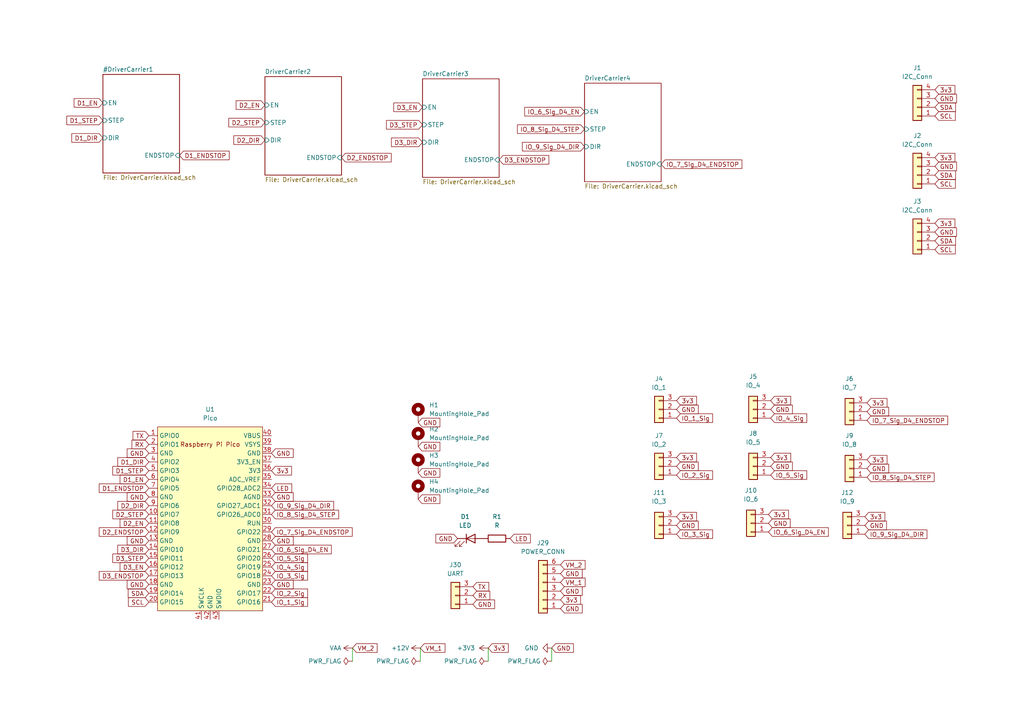
<source format=kicad_sch>
(kicad_sch (version 20211123) (generator eeschema)
  (paper "A4")
  (lib_symbols
    (symbol "Connector_Generic:Conn_01x03" (pin_names (offset 1.016) hide)
      (property "Reference" "J" (at 0 5.08 0))
      (property "Value" "Conn_01x03" (at 0 -5.08 0))
      (symbol "Conn_01x03_1_1"
        (rectangle (start -1.27 -2.413) (end 0 -2.667) (stroke (width 0.1524)))
        (rectangle (start -1.27 0.127) (end 0 -0.127) (stroke (width 0.1524)))
        (rectangle (start -1.27 2.667) (end 0 2.413) (stroke (width 0.1524)))
        (rectangle (start -1.27 3.81) (end 1.27 -3.81) (stroke (width 0.254)) (fill (type background)))
        (pin passive line (at -5.08 2.54 0) (length 3.81) (name "Pin_1") (number "1"))
        (pin passive line (at -5.08 0 0) (length 3.81) (name "Pin_2") (number "2"))
        (pin passive line (at -5.08 -2.54 0) (length 3.81) (name "Pin_3") (number "3"))
      )
    )
    (symbol "Connector_Generic:Conn_01x04" (pin_names (offset 1.016) hide)
      (property "Reference" "J" (at 0 5.08 0))
      (property "Value" "Conn_01x04" (at 0 -7.62 0))
      (symbol "Conn_01x04_1_1"
        (rectangle (start -1.27 -4.953) (end 0 -5.207) (stroke (width 0.1524)))
        (rectangle (start -1.27 -2.413) (end 0 -2.667) (stroke (width 0.1524)))
        (rectangle (start -1.27 0.127) (end 0 -0.127) (stroke (width 0.1524)))
        (rectangle (start -1.27 2.667) (end 0 2.413) (stroke (width 0.1524)))
        (rectangle (start -1.27 3.81) (end 1.27 -6.35) (stroke (width 0.254)) (fill (type background)))
        (pin passive line (at -5.08 2.54 0) (length 3.81) (name "Pin_1") (number "1"))
        (pin passive line (at -5.08 0 0) (length 3.81) (name "Pin_2") (number "2"))
        (pin passive line (at -5.08 -2.54 0) (length 3.81) (name "Pin_3") (number "3"))
        (pin passive line (at -5.08 -5.08 0) (length 3.81) (name "Pin_4") (number "4"))
      )
    )
    (symbol "Connector_Generic:Conn_01x06" (pin_names (offset 1.016) hide)
      (property "Reference" "J" (at 0 7.62 0))
      (property "Value" "Conn_01x06" (at 0 -10.16 0))
      (symbol "Conn_01x06_1_1"
        (rectangle (start -1.27 -7.493) (end 0 -7.747) (stroke (width 0.1524)))
        (rectangle (start -1.27 -4.953) (end 0 -5.207) (stroke (width 0.1524)))
        (rectangle (start -1.27 -2.413) (end 0 -2.667) (stroke (width 0.1524)))
        (rectangle (start -1.27 0.127) (end 0 -0.127) (stroke (width 0.1524)))
        (rectangle (start -1.27 2.667) (end 0 2.413) (stroke (width 0.1524)))
        (rectangle (start -1.27 5.207) (end 0 4.953) (stroke (width 0.1524)))
        (rectangle (start -1.27 6.35) (end 1.27 -8.89) (stroke (width 0.254)) (fill (type background)))
        (pin passive line (at -5.08 5.08 0) (length 3.81) (name "Pin_1") (number "1"))
        (pin passive line (at -5.08 2.54 0) (length 3.81) (name "Pin_2") (number "2"))
        (pin passive line (at -5.08 0 0) (length 3.81) (name "Pin_3") (number "3"))
        (pin passive line (at -5.08 -2.54 0) (length 3.81) (name "Pin_4") (number "4"))
        (pin passive line (at -5.08 -5.08 0) (length 3.81) (name "Pin_5") (number "5"))
        (pin passive line (at -5.08 -7.62 0) (length 3.81) (name "Pin_6") (number "6"))
      )
    )
    (symbol "Device:LED" (pin_numbers hide) (pin_names (offset 1.016) hide)
      (property "Reference" "D" (at 0 2.54 0))
      (property "Value" "LED" (at 0 -2.54 0))
      (symbol "LED_0_1"
        (polyline (pts (xy -1.27 -1.27) (xy -1.27 1.27)) (stroke (width 0.254)))
        (polyline (pts (xy -1.27 0) (xy 1.27 0)))
        (polyline (pts (xy 1.27 -1.27) (xy 1.27 1.27) (xy -1.27 0) (xy 1.27 -1.27)) (stroke (width 0.254)))
        (polyline (pts (xy -3.048 -0.762) (xy -4.572 -2.286) (xy -3.81 -2.286) (xy -4.572 -2.286) (xy -4.572 -1.524)))
        (polyline (pts (xy -1.778 -0.762) (xy -3.302 -2.286) (xy -2.54 -2.286) (xy -3.302 -2.286) (xy -3.302 -1.524)))
      )
      (symbol "LED_1_1"
        (pin passive line (at -3.81 0 0) (length 2.54) (name "K") (number "1"))
        (pin passive line (at 3.81 0 180) (length 2.54) (name "A") (number "2"))
      )
    )
    (symbol "Device:R" (pin_numbers hide) (pin_names (offset 0))
      (property "Reference" "R" (at 2.032 0 90))
      (property "Value" "R" (at 0 0 90))
      (symbol "R_0_1"
        (rectangle (start -1.016 -2.54) (end 1.016 2.54) (stroke (width 0.254)))
      )
      (symbol "R_1_1"
        (pin passive line (at 0 3.81 270) (length 1.27) (name "~") (number "1"))
        (pin passive line (at 0 -3.81 90) (length 1.27) (name "~") (number "2"))
      )
    )
    (symbol "MCU_RaspberryPi_and_Boards:Pico"
      (property "Reference" "U" (at -13.97 27.94 0))
      (property "Value" "Pico" (at 0 19.05 0))
      (symbol "Pico_0_0"
        (text "Raspberry Pi Pico" (at 0 21.59 0) (effects (font (size 1.27 1.27))))
      )
      (symbol "Pico_0_1"
        (rectangle (start -15.24 26.67) (end 15.24 -26.67) (fill (type background)))
      )
      (symbol "Pico_1_1"
        (pin bidirectional line (at -17.78 24.13 0) (length 2.54) (name "GPIO0") (number "1"))
        (pin bidirectional line (at -17.78 1.27 0) (length 2.54) (name "GPIO7") (number "10"))
        (pin bidirectional line (at -17.78 -1.27 0) (length 2.54) (name "GPIO8") (number "11"))
        (pin bidirectional line (at -17.78 -3.81 0) (length 2.54) (name "GPIO9") (number "12"))
        (pin power_in line (at -17.78 -6.35 0) (length 2.54) (name "GND") (number "13"))
        (pin bidirectional line (at -17.78 -8.89 0) (length 2.54) (name "GPIO10") (number "14"))
        (pin bidirectional line (at -17.78 -11.43 0) (length 2.54) (name "GPIO11") (number "15"))
        (pin bidirectional line (at -17.78 -13.97 0) (length 2.54) (name "GPIO12") (number "16"))
        (pin bidirectional line (at -17.78 -16.51 0) (length 2.54) (name "GPIO13") (number "17"))
        (pin power_in line (at -17.78 -19.05 0) (length 2.54) (name "GND") (number "18"))
        (pin bidirectional line (at -17.78 -21.59 0) (length 2.54) (name "GPIO14") (number "19"))
        (pin bidirectional line (at -17.78 21.59 0) (length 2.54) (name "GPIO1") (number "2"))
        (pin bidirectional line (at -17.78 -24.13 0) (length 2.54) (name "GPIO15") (number "20"))
        (pin bidirectional line (at 17.78 -24.13 180) (length 2.54) (name "GPIO16") (number "21"))
        (pin bidirectional line (at 17.78 -21.59 180) (length 2.54) (name "GPIO17") (number "22"))
        (pin power_in line (at 17.78 -19.05 180) (length 2.54) (name "GND") (number "23"))
        (pin bidirectional line (at 17.78 -16.51 180) (length 2.54) (name "GPIO18") (number "24"))
        (pin bidirectional line (at 17.78 -13.97 180) (length 2.54) (name "GPIO19") (number "25"))
        (pin bidirectional line (at 17.78 -11.43 180) (length 2.54) (name "GPIO20") (number "26"))
        (pin bidirectional line (at 17.78 -8.89 180) (length 2.54) (name "GPIO21") (number "27"))
        (pin power_in line (at 17.78 -6.35 180) (length 2.54) (name "GND") (number "28"))
        (pin bidirectional line (at 17.78 -3.81 180) (length 2.54) (name "GPIO22") (number "29"))
        (pin power_in line (at -17.78 19.05 0) (length 2.54) (name "GND") (number "3"))
        (pin input line (at 17.78 -1.27 180) (length 2.54) (name "RUN") (number "30"))
        (pin bidirectional line (at 17.78 1.27 180) (length 2.54) (name "GPIO26_ADC0") (number "31"))
        (pin bidirectional line (at 17.78 3.81 180) (length 2.54) (name "GPIO27_ADC1") (number "32"))
        (pin power_in line (at 17.78 6.35 180) (length 2.54) (name "AGND") (number "33"))
        (pin bidirectional line (at 17.78 8.89 180) (length 2.54) (name "GPIO28_ADC2") (number "34"))
        (pin power_in line (at 17.78 11.43 180) (length 2.54) (name "ADC_VREF") (number "35"))
        (pin power_in line (at 17.78 13.97 180) (length 2.54) (name "3V3") (number "36"))
        (pin input line (at 17.78 16.51 180) (length 2.54) (name "3V3_EN") (number "37"))
        (pin bidirectional line (at 17.78 19.05 180) (length 2.54) (name "GND") (number "38"))
        (pin power_in line (at 17.78 21.59 180) (length 2.54) (name "VSYS") (number "39"))
        (pin bidirectional line (at -17.78 16.51 0) (length 2.54) (name "GPIO2") (number "4"))
        (pin power_in line (at 17.78 24.13 180) (length 2.54) (name "VBUS") (number "40"))
        (pin input line (at -2.54 -29.21 90) (length 2.54) (name "SWCLK") (number "41"))
        (pin power_in line (at 0 -29.21 90) (length 2.54) (name "GND") (number "42"))
        (pin bidirectional line (at 2.54 -29.21 90) (length 2.54) (name "SWDIO") (number "43"))
        (pin bidirectional line (at -17.78 13.97 0) (length 2.54) (name "GPIO3") (number "5"))
        (pin bidirectional line (at -17.78 11.43 0) (length 2.54) (name "GPIO4") (number "6"))
        (pin bidirectional line (at -17.78 8.89 0) (length 2.54) (name "GPIO5") (number "7"))
        (pin power_in line (at -17.78 6.35 0) (length 2.54) (name "GND") (number "8"))
        (pin bidirectional line (at -17.78 3.81 0) (length 2.54) (name "GPIO6") (number "9"))
      )
    )
    (symbol "Mechanical:MountingHole_Pad" (pin_numbers hide) (pin_names (offset 1.016) hide)
      (property "Reference" "H" (at 0 6.35 0))
      (property "Value" "MountingHole_Pad" (at 0 4.445 0))
      (symbol "MountingHole_Pad_0_1"
        (circle (center 0 1.27) (radius 1.27) (stroke (width 1.27)))
      )
      (symbol "MountingHole_Pad_1_1"
        (pin input line (at 0 -2.54 90) (length 2.54) (name "1") (number "1"))
      )
    )
    (symbol "power:+12V" (power) (pin_names (offset 0))
      (property "Value" "+12V" (at 0 3.556 0))
      (symbol "+12V_0_1"
        (polyline (pts (xy -0.762 1.27) (xy 0 2.54)))
        (polyline (pts (xy 0 0) (xy 0 2.54)))
        (polyline (pts (xy 0 2.54) (xy 0.762 1.27)))
      )
      (symbol "+12V_1_1"
        (pin power_in line (at 0 0 90) (length 0) hide (name "+12V") (number "1"))
      )
    )
    (symbol "power:+3.3V" (power) (pin_names (offset 0))
      (property "Value" "+3.3V" (at 0 3.556 0))
      (symbol "+3.3V_0_1"
        (polyline (pts (xy -0.762 1.27) (xy 0 2.54)))
        (polyline (pts (xy 0 0) (xy 0 2.54)))
        (polyline (pts (xy 0 2.54) (xy 0.762 1.27)))
      )
      (symbol "+3.3V_1_1"
        (pin power_in line (at 0 0 90) (length 0) hide (name "+3V3") (number "1"))
      )
    )
    (symbol "power:GND" (power) (pin_names (offset 0))
      (property "Value" "GND" (at 0 -3.81 0))
      (symbol "GND_0_1"
        (polyline (pts (xy 0 0) (xy 0 -1.27) (xy 1.27 -1.27) (xy 0 -2.54) (xy -1.27 -1.27) (xy 0 -1.27)))
      )
      (symbol "GND_1_1"
        (pin power_in line (at 0 0 270) (length 0) hide (name "GND") (number "1"))
      )
    )
    (symbol "power:PWR_FLAG" (power) (pin_numbers hide) (pin_names (offset 0) hide)
      (property "Value" "PWR_FLAG" (at 0 3.81 0))
      (symbol "PWR_FLAG_0_0"
        (pin power_out line (at 0 0 90) (length 0) (name "pwr") (number "1"))
      )
      (symbol "PWR_FLAG_0_1"
        (polyline (pts (xy 0 0) (xy 0 1.27) (xy -1.016 1.905) (xy 0 2.54) (xy 1.016 1.905) (xy 0 1.27)))
      )
    )
    (symbol "power:VAA" (power) (pin_names (offset 0))
      (property "Value" "VAA" (at 0 3.81 0))
      (symbol "VAA_0_1"
        (polyline (pts (xy -0.762 1.27) (xy 0 2.54)))
        (polyline (pts (xy 0 0) (xy 0 2.54)))
        (polyline (pts (xy 0 2.54) (xy 0.762 1.27)))
      )
      (symbol "VAA_1_1"
        (pin power_in line (at 0 0 90) (length 0) hide (name "VAA") (number "1"))
      )
    )
  )
  (wire (pts (xy 102.235 187.96) (xy 102.235 191.77)))
  (wire (pts (xy 121.92 187.96) (xy 121.92 191.77)))
  (wire (pts (xy 160.02 187.96) (xy 160.02 191.77)))
  (wire (pts (xy 141.605 187.96) (xy 141.605 191.77)))
  (global_label "GND" (shape input) (at 271.145 67.31 0) (property "Intersheet References" "${INTERSHEET_REFS}" (effects hide)))
  (global_label "D2_DIR" (shape input) (at 43.18 146.685 180) (property "Intersheet References" "${INTERSHEET_REFS}" (effects hide)))
  (global_label "GND" (shape input) (at 271.145 48.26 0) (property "Intersheet References" "${INTERSHEET_REFS}" (effects hide)))
  (global_label "3v3" (shape input) (at 162.56 173.99 0) (property "Intersheet References" "${INTERSHEET_REFS}" (effects hide)))
  (global_label "SCL" (shape input) (at 43.18 174.625 180) (property "Intersheet References" "${INTERSHEET_REFS}" (effects hide)))
  (global_label "IO_5_Sig" (shape input) (at 223.52 137.795 0) (property "Intersheet References" "${INTERSHEET_REFS}" (effects hide)))
  (global_label "GND" (shape input) (at 78.74 144.145 0) (property "Intersheet References" "${INTERSHEET_REFS}" (effects hide)))
  (global_label "D3_DIR" (shape input) (at 122.555 41.275 180) (property "Intersheet References" "${INTERSHEET_REFS}" (effects hide)))
  (global_label "IO_3_Sig" (shape input) (at 196.215 154.94 0) (property "Intersheet References" "${INTERSHEET_REFS}" (effects hide)))
  (global_label "SCL" (shape input) (at 271.145 53.34 0) (property "Intersheet References" "${INTERSHEET_REFS}" (effects hide)))
  (global_label "GND" (shape input) (at 160.02 187.96 0) (property "Intersheet References" "${INTERSHEET_REFS}" (effects hide)))
  (global_label "GND" (shape input) (at 121.285 122.555 0) (property "Intersheet References" "${INTERSHEET_REFS}" (effects hide)))
  (global_label "D2_STEP" (shape input) (at 76.835 35.56 180) (property "Intersheet References" "${INTERSHEET_REFS}" (effects hide)))
  (global_label "GND" (shape input) (at 196.215 135.255 0) (property "Intersheet References" "${INTERSHEET_REFS}" (effects hide)))
  (global_label "3v3" (shape input) (at 141.605 187.96 0) (property "Intersheet References" "${INTERSHEET_REFS}" (effects hide)))
  (global_label "D1_DIR" (shape input) (at 29.845 40.005 180) (property "Intersheet References" "${INTERSHEET_REFS}" (effects hide)))
  (global_label "IO_8_Sig_D4_STEP" (shape input) (at 78.74 149.225 0) (property "Intersheet References" "${INTERSHEET_REFS}" (effects hide)))
  (global_label "IO_4_Sig" (shape input) (at 223.52 121.285 0) (property "Intersheet References" "${INTERSHEET_REFS}" (effects hide)))
  (global_label "VM_1" (shape input) (at 121.92 187.96 0) (property "Intersheet References" "${INTERSHEET_REFS}" (effects hide)))
  (global_label "IO_2_Sig" (shape input) (at 78.74 172.085 0) (property "Intersheet References" "${INTERSHEET_REFS}" (effects hide)))
  (global_label "D3_ENDSTOP" (shape input) (at 43.18 167.005 180) (property "Intersheet References" "${INTERSHEET_REFS}" (effects hide)))
  (global_label "3v3" (shape input) (at 271.145 45.72 0) (property "Intersheet References" "${INTERSHEET_REFS}" (effects hide)))
  (global_label "IO_2_Sig" (shape input) (at 196.215 137.795 0) (property "Intersheet References" "${INTERSHEET_REFS}" (effects hide)))
  (global_label "SDA" (shape input) (at 43.18 172.085 180) (property "Intersheet References" "${INTERSHEET_REFS}" (effects hide)))
  (global_label "D3_EN" (shape input) (at 43.18 164.465 180) (property "Intersheet References" "${INTERSHEET_REFS}" (effects hide)))
  (global_label "IO_7_Sig_D4_ENDSTOP" (shape input) (at 251.46 121.92 0) (property "Intersheet References" "${INTERSHEET_REFS}" (effects hide)))
  (global_label "3v3" (shape input) (at 251.46 133.35 0) (property "Intersheet References" "${INTERSHEET_REFS}" (effects hide)))
  (global_label "3v3" (shape input) (at 223.52 116.205 0) (property "Intersheet References" "${INTERSHEET_REFS}" (effects hide)))
  (global_label "GND" (shape input) (at 121.285 137.16 0) (property "Intersheet References" "${INTERSHEET_REFS}" (effects hide)))
  (global_label "GND" (shape input) (at 223.52 118.745 0) (property "Intersheet References" "${INTERSHEET_REFS}" (effects hide)))
  (global_label "3v3" (shape input) (at 196.215 132.715 0) (property "Intersheet References" "${INTERSHEET_REFS}" (effects hide)))
  (global_label "GND" (shape input) (at 251.46 119.38 0) (property "Intersheet References" "${INTERSHEET_REFS}" (effects hide)))
  (global_label "D1_STEP" (shape input) (at 43.18 136.525 180) (property "Intersheet References" "${INTERSHEET_REFS}" (effects hide)))
  (global_label "D1_EN" (shape input) (at 43.18 139.065 180) (property "Intersheet References" "${INTERSHEET_REFS}" (effects hide)))
  (global_label "TX" (shape input) (at 43.18 126.365 180) (property "Intersheet References" "${INTERSHEET_REFS}" (effects hide)))
  (global_label "D2_EN" (shape input) (at 43.18 151.765 180) (property "Intersheet References" "${INTERSHEET_REFS}" (effects hide)))
  (global_label "3v3" (shape input) (at 271.145 64.77 0) (property "Intersheet References" "${INTERSHEET_REFS}" (effects hide)))
  (global_label "3v3" (shape input) (at 222.885 149.225 0) (property "Intersheet References" "${INTERSHEET_REFS}" (effects hide)))
  (global_label "VM_1" (shape input) (at 162.56 168.91 0) (property "Intersheet References" "${INTERSHEET_REFS}" (effects hide)))
  (global_label "3v3" (shape input) (at 251.46 116.84 0) (property "Intersheet References" "${INTERSHEET_REFS}" (effects hide)))
  (global_label "GND" (shape input) (at 78.74 169.545 0) (property "Intersheet References" "${INTERSHEET_REFS}" (effects hide)))
  (global_label "D2_DIR" (shape input) (at 76.835 40.64 180) (property "Intersheet References" "${INTERSHEET_REFS}" (effects hide)))
  (global_label "D3_EN" (shape input) (at 122.555 31.115 180) (property "Intersheet References" "${INTERSHEET_REFS}" (effects hide)))
  (global_label "IO_7_Sig_D4_ENDSTOP" (shape input) (at 191.77 47.625 0) (property "Intersheet References" "${INTERSHEET_REFS}" (effects hide)))
  (global_label "GND" (shape input) (at 137.16 175.26 0) (property "Intersheet References" "${INTERSHEET_REFS}" (effects hide)))
  (global_label "D2_STEP" (shape input) (at 43.18 149.225 180) (property "Intersheet References" "${INTERSHEET_REFS}" (effects hide)))
  (global_label "IO_6_Sig_D4_EN" (shape input) (at 222.885 154.305 0) (property "Intersheet References" "${INTERSHEET_REFS}" (effects hide)))
  (global_label "D1_DIR" (shape input) (at 43.18 133.985 180) (property "Intersheet References" "${INTERSHEET_REFS}" (effects hide)))
  (global_label "LED" (shape input) (at 147.955 156.21 0) (property "Intersheet References" "${INTERSHEET_REFS}" (effects hide)))
  (global_label "3v3" (shape input) (at 223.52 132.715 0) (property "Intersheet References" "${INTERSHEET_REFS}" (effects hide)))
  (global_label "GND" (shape input) (at 43.18 131.445 180) (property "Intersheet References" "${INTERSHEET_REFS}" (effects hide)))
  (global_label "GND" (shape input) (at 43.18 156.845 180) (property "Intersheet References" "${INTERSHEET_REFS}" (effects hide)))
  (global_label "IO_3_Sig" (shape input) (at 78.74 167.005 0) (property "Intersheet References" "${INTERSHEET_REFS}" (effects hide)))
  (global_label "IO_5_Sig" (shape input) (at 78.74 161.925 0) (property "Intersheet References" "${INTERSHEET_REFS}" (effects hide)))
  (global_label "SDA" (shape input) (at 271.145 69.85 0) (property "Intersheet References" "${INTERSHEET_REFS}" (effects hide)))
  (global_label "GND" (shape input) (at 121.285 129.54 0) (property "Intersheet References" "${INTERSHEET_REFS}" (effects hide)))
  (global_label "GND" (shape input) (at 222.885 151.765 0) (property "Intersheet References" "${INTERSHEET_REFS}" (effects hide)))
  (global_label "IO_1_Sig" (shape input) (at 78.74 174.625 0) (property "Intersheet References" "${INTERSHEET_REFS}" (effects hide)))
  (global_label "GND" (shape input) (at 43.18 169.545 180) (property "Intersheet References" "${INTERSHEET_REFS}" (effects hide)))
  (global_label "D3_STEP" (shape input) (at 122.555 36.195 180) (property "Intersheet References" "${INTERSHEET_REFS}" (effects hide)))
  (global_label "D2_ENDSTOP" (shape input) (at 43.18 154.305 180) (property "Intersheet References" "${INTERSHEET_REFS}" (effects hide)))
  (global_label "IO_7_Sig_D4_ENDSTOP" (shape input) (at 78.74 154.305 0) (property "Intersheet References" "${INTERSHEET_REFS}" (effects hide)))
  (global_label "RX" (shape input) (at 137.16 172.72 0) (property "Intersheet References" "${INTERSHEET_REFS}" (effects hide)))
  (global_label "IO_6_Sig_D4_EN" (shape input) (at 169.545 32.385 180) (property "Intersheet References" "${INTERSHEET_REFS}" (effects hide)))
  (global_label "D1_EN" (shape input) (at 29.845 29.845 180) (property "Intersheet References" "${INTERSHEET_REFS}" (effects hide)))
  (global_label "D3_ENDSTOP" (shape input) (at 144.78 46.355 0) (property "Intersheet References" "${INTERSHEET_REFS}" (effects hide)))
  (global_label "3v3" (shape input) (at 196.215 149.86 0) (property "Intersheet References" "${INTERSHEET_REFS}" (effects hide)))
  (global_label "GND" (shape input) (at 196.215 118.745 0) (property "Intersheet References" "${INTERSHEET_REFS}" (effects hide)))
  (global_label "SDA" (shape input) (at 271.145 31.115 0) (property "Intersheet References" "${INTERSHEET_REFS}" (effects hide)))
  (global_label "LED" (shape input) (at 78.74 141.605 0) (property "Intersheet References" "${INTERSHEET_REFS}" (effects hide)))
  (global_label "TX" (shape input) (at 137.16 170.18 0) (property "Intersheet References" "${INTERSHEET_REFS}" (effects hide)))
  (global_label "3v3" (shape input) (at 250.825 149.86 0) (property "Intersheet References" "${INTERSHEET_REFS}" (effects hide)))
  (global_label "3v3" (shape input) (at 196.215 116.205 0) (property "Intersheet References" "${INTERSHEET_REFS}" (effects hide)))
  (global_label "IO_8_Sig_D4_STEP" (shape input) (at 251.46 138.43 0) (property "Intersheet References" "${INTERSHEET_REFS}" (effects hide)))
  (global_label "GND" (shape input) (at 271.145 28.575 0) (property "Intersheet References" "${INTERSHEET_REFS}" (effects hide)))
  (global_label "GND" (shape input) (at 78.74 156.845 0) (property "Intersheet References" "${INTERSHEET_REFS}" (effects hide)))
  (global_label "D2_ENDSTOP" (shape input) (at 99.06 45.72 0) (property "Intersheet References" "${INTERSHEET_REFS}" (effects hide)))
  (global_label "GND" (shape input) (at 162.56 166.37 0) (property "Intersheet References" "${INTERSHEET_REFS}" (effects hide)))
  (global_label "GND" (shape input) (at 121.285 144.78 0) (property "Intersheet References" "${INTERSHEET_REFS}" (effects hide)))
  (global_label "GND" (shape input) (at 132.715 156.21 180) (property "Intersheet References" "${INTERSHEET_REFS}" (effects hide)))
  (global_label "D3_DIR" (shape input) (at 43.18 159.385 180) (property "Intersheet References" "${INTERSHEET_REFS}" (effects hide)))
  (global_label "VM_2" (shape input) (at 162.56 163.83 0) (property "Intersheet References" "${INTERSHEET_REFS}" (effects hide)))
  (global_label "IO_9_Sig_D4_DIR" (shape input) (at 250.825 154.94 0) (property "Intersheet References" "${INTERSHEET_REFS}" (effects hide)))
  (global_label "GND" (shape input) (at 250.825 152.4 0) (property "Intersheet References" "${INTERSHEET_REFS}" (effects hide)))
  (global_label "IO_9_Sig_D4_DIR" (shape input) (at 78.74 146.685 0) (property "Intersheet References" "${INTERSHEET_REFS}" (effects hide)))
  (global_label "D1_ENDSTOP" (shape input) (at 52.07 45.085 0) (property "Intersheet References" "${INTERSHEET_REFS}" (effects hide)))
  (global_label "D1_ENDSTOP" (shape input) (at 43.18 141.605 180) (property "Intersheet References" "${INTERSHEET_REFS}" (effects hide)))
  (global_label "GND" (shape input) (at 162.56 171.45 0) (property "Intersheet References" "${INTERSHEET_REFS}" (effects hide)))
  (global_label "D3_STEP" (shape input) (at 43.18 161.925 180) (property "Intersheet References" "${INTERSHEET_REFS}" (effects hide)))
  (global_label "IO_6_Sig_D4_EN" (shape input) (at 78.74 159.385 0) (property "Intersheet References" "${INTERSHEET_REFS}" (effects hide)))
  (global_label "IO_1_Sig" (shape input) (at 196.215 121.285 0) (property "Intersheet References" "${INTERSHEET_REFS}" (effects hide)))
  (global_label "IO_4_Sig" (shape input) (at 78.74 164.465 0) (property "Intersheet References" "${INTERSHEET_REFS}" (effects hide)))
  (global_label "IO_9_Sig_D4_DIR" (shape input) (at 169.545 42.545 180) (property "Intersheet References" "${INTERSHEET_REFS}" (effects hide)))
  (global_label "SCL" (shape input) (at 271.145 33.655 0) (property "Intersheet References" "${INTERSHEET_REFS}" (effects hide)))
  (global_label "RX" (shape input) (at 43.18 128.905 180) (property "Intersheet References" "${INTERSHEET_REFS}" (effects hide)))
  (global_label "GND" (shape input) (at 43.18 144.145 180) (property "Intersheet References" "${INTERSHEET_REFS}" (effects hide)))
  (global_label "GND" (shape input) (at 196.215 152.4 0) (property "Intersheet References" "${INTERSHEET_REFS}" (effects hide)))
  (global_label "VM_2" (shape input) (at 102.235 187.96 0) (property "Intersheet References" "${INTERSHEET_REFS}" (effects hide)))
  (global_label "D2_EN" (shape input) (at 76.835 30.48 180) (property "Intersheet References" "${INTERSHEET_REFS}" (effects hide)))
  (global_label "3v3" (shape input) (at 271.145 26.035 0) (property "Intersheet References" "${INTERSHEET_REFS}" (effects hide)))
  (global_label "SDA" (shape input) (at 271.145 50.8 0) (property "Intersheet References" "${INTERSHEET_REFS}" (effects hide)))
  (global_label "IO_8_Sig_D4_STEP" (shape input) (at 169.545 37.465 180) (property "Intersheet References" "${INTERSHEET_REFS}" (effects hide)))
  (global_label "SCL" (shape input) (at 271.145 72.39 0) (property "Intersheet References" "${INTERSHEET_REFS}" (effects hide)))
  (global_label "GND" (shape input) (at 78.74 131.445 0) (property "Intersheet References" "${INTERSHEET_REFS}" (effects hide)))
  (global_label "GND" (shape input) (at 251.46 135.89 0) (property "Intersheet References" "${INTERSHEET_REFS}" (effects hide)))
  (global_label "D1_STEP" (shape input) (at 29.845 34.925 180) (property "Intersheet References" "${INTERSHEET_REFS}" (effects hide)))
  (global_label "3v3" (shape input) (at 78.74 136.525 0) (property "Intersheet References" "${INTERSHEET_REFS}" (effects hide)))
  (global_label "GND" (shape input) (at 223.52 135.255 0) (property "Intersheet References" "${INTERSHEET_REFS}" (effects hide)))
  (global_label "GND" (shape input) (at 162.56 176.53 0) (property "Intersheet References" "${INTERSHEET_REFS}" (effects hide)))
  (symbol (lib_id "MCU_RaspberryPi_and_Boards:Pico") (at 60.96 150.495 0) (unit 1)
    (property "Reference" "U1" (at 60.96 118.745 0))
    (property "Value" "Pico" (at 60.96 121.285 0))
    (property "Footprint" "MCU_RaspberryPi_and_Boards:RPi_Pico_SMD_TH" (effects hide))
  )
  (symbol (lib_id "power:PWR_FLAG") (at 141.605 191.77 90) (unit 1)
    (property "Reference" "#FLG0101" (effects hide))
    (property "Value" "PWR_FLAG" (at 138.43 191.7699 90) (effects (justify left)))
  )
  (symbol (lib_id "Mechanical:MountingHole_Pad") (at 121.285 120.015 0) (unit 1)
    (property "Reference" "H1" (at 124.46 117.4749 0) (effects (justify left)))
    (property "Value" "MountingHole_Pad" (at 124.46 120.0149 0) (effects (justify left)))
    (property "Footprint" "MountingHole:MountingHole_3.2mm_M3_ISO7380_Pad" (effects hide))
  )
  (symbol (lib_id "power:+12V") (at 121.92 187.96 90) (unit 1)
    (property "Reference" "#PWR02" (effects hide))
    (property "Value" "+12V" (at 118.745 187.9599 90) (effects (justify left)))
  )
  (symbol (lib_id "Connector_Generic:Conn_01x03") (at 191.135 118.745 180) (unit 1)
    (property "Reference" "J4" (at 191.135 109.855 0))
    (property "Value" "IO_1" (at 191.135 112.395 0))
    (property "Footprint" "Connector_JST:JST_XH_B3B-XH-A_1x03_P2.50mm_Vertical" (effects hide))
  )
  (symbol (lib_id "Connector_Generic:Conn_01x04") (at 266.065 50.8 180) (unit 1)
    (property "Reference" "J2" (at 266.065 39.37 0))
    (property "Value" "I2C_Conn" (at 266.065 41.91 0))
    (property "Footprint" "Connector_JST:JST_XH_B4B-XH-A_1x04_P2.50mm_Vertical" (effects hide))
  )
  (symbol (lib_id "power:PWR_FLAG") (at 121.92 191.77 90) (unit 1)
    (property "Reference" "#FLG03" (effects hide))
    (property "Value" "PWR_FLAG" (at 118.745 191.7699 90) (effects (justify left)))
  )
  (symbol (lib_id "Connector_Generic:Conn_01x03") (at 245.745 152.4 180) (unit 1)
    (property "Reference" "J12" (at 245.745 142.875 0))
    (property "Value" "IO_9" (at 245.745 145.415 0))
    (property "Footprint" "Connector_JST:JST_XH_B3B-XH-A_1x03_P2.50mm_Vertical" (effects hide))
  )
  (symbol (lib_id "power:GND") (at 160.02 187.96 270) (unit 1)
    (property "Reference" "#PWR05" (effects hide))
    (property "Value" "GND" (at 156.21 187.9599 90) (effects (justify right)))
  )
  (symbol (lib_id "power:PWR_FLAG") (at 102.235 191.77 90) (unit 1)
    (property "Reference" "#FLG02" (effects hide))
    (property "Value" "PWR_FLAG" (at 99.06 191.7699 90) (effects (justify left)))
  )
  (symbol (lib_id "Connector_Generic:Conn_01x04") (at 266.065 69.85 180) (unit 1)
    (property "Reference" "J3" (at 266.065 58.42 0))
    (property "Value" "I2C_Conn" (at 266.065 60.96 0))
    (property "Footprint" "Connector_JST:JST_XH_B4B-XH-A_1x04_P2.50mm_Vertical" (effects hide))
  )
  (symbol (lib_id "Connector_Generic:Conn_01x03") (at 218.44 135.255 180) (unit 1)
    (property "Reference" "J8" (at 218.44 125.73 0))
    (property "Value" "IO_5" (at 218.44 128.27 0))
    (property "Footprint" "Connector_JST:JST_XH_B3B-XH-A_1x03_P2.50mm_Vertical" (effects hide))
  )
  (symbol (lib_id "Connector_Generic:Conn_01x03") (at 191.135 152.4 180) (unit 1)
    (property "Reference" "J11" (at 191.135 142.875 0))
    (property "Value" "IO_3" (at 191.135 145.415 0))
    (property "Footprint" "Connector_JST:JST_XH_B3B-XH-A_1x03_P2.50mm_Vertical" (effects hide))
  )
  (symbol (lib_id "Mechanical:MountingHole_Pad") (at 121.285 134.62 0) (unit 1)
    (property "Reference" "H3" (at 124.46 132.0799 0) (effects (justify left)))
    (property "Value" "MountingHole_Pad" (at 124.46 134.6199 0) (effects (justify left)))
    (property "Footprint" "MountingHole:MountingHole_3.2mm_M3_ISO7380_Pad" (effects hide))
  )
  (symbol (lib_id "Mechanical:MountingHole_Pad") (at 121.285 127 0) (unit 1)
    (property "Reference" "H2" (at 124.46 124.4599 0) (effects (justify left)))
    (property "Value" "MountingHole_Pad" (at 124.46 126.9999 0) (effects (justify left)))
    (property "Footprint" "MountingHole:MountingHole_3.2mm_M3_ISO7380_Pad" (effects hide))
  )
  (symbol (lib_id "Connector_Generic:Conn_01x04") (at 266.065 31.115 180) (unit 1)
    (property "Reference" "J1" (at 266.065 19.685 0))
    (property "Value" "I2C_Conn" (at 266.065 22.225 0))
    (property "Footprint" "Connector_JST:JST_XH_B4B-XH-A_1x04_P2.50mm_Vertical" (effects hide))
  )
  (symbol (lib_id "Connector_Generic:Conn_01x03") (at 217.805 151.765 180) (unit 1)
    (property "Reference" "J10" (at 217.805 142.24 0))
    (property "Value" "IO_6" (at 217.805 144.78 0))
    (property "Footprint" "Connector_JST:JST_XH_B3B-XH-A_1x03_P2.50mm_Vertical" (effects hide))
  )
  (symbol (lib_id "Connector_Generic:Conn_01x03") (at 246.38 135.89 180) (unit 1)
    (property "Reference" "J9" (at 246.38 126.365 0))
    (property "Value" "IO_8" (at 246.38 128.905 0))
    (property "Footprint" "Connector_JST:JST_XH_B3B-XH-A_1x03_P2.50mm_Vertical" (effects hide))
  )
  (symbol (lib_id "Connector_Generic:Conn_01x03") (at 132.08 172.72 180) (unit 1)
    (property "Reference" "J30" (at 132.08 163.83 0))
    (property "Value" "UART" (at 132.08 166.37 0))
    (property "Footprint" "Connector_JST:JST_XH_B3B-XH-A_1x03_P2.50mm_Vertical" (effects hide))
  )
  (symbol (lib_id "Connector_Generic:Conn_01x03") (at 218.44 118.745 180) (unit 1)
    (property "Reference" "J5" (at 218.44 109.22 0))
    (property "Value" "IO_4" (at 218.44 111.76 0))
    (property "Footprint" "Connector_JST:JST_XH_B3B-XH-A_1x03_P2.50mm_Vertical" (effects hide))
  )
  (symbol (lib_id "Connector_Generic:Conn_01x03") (at 191.135 135.255 180) (unit 1)
    (property "Reference" "J7" (at 191.135 126.365 0))
    (property "Value" "IO_2" (at 191.135 128.905 0))
    (property "Footprint" "Connector_JST:JST_XH_B3B-XH-A_1x03_P2.50mm_Vertical" (effects hide))
  )
  (symbol (lib_id "power:PWR_FLAG") (at 160.02 191.77 90) (unit 1)
    (property "Reference" "#FLG01" (effects hide))
    (property "Value" "PWR_FLAG" (at 156.845 191.7699 90) (effects (justify left)))
  )
  (symbol (lib_id "Connector_Generic:Conn_01x06") (at 157.48 171.45 180) (unit 1)
    (property "Reference" "J29" (at 157.48 157.48 0))
    (property "Value" "POWER_CONN" (at 157.48 160.02 0))
    (property "Footprint" "Connector_Phoenix_MC_HighVoltage:PhoenixContact_MC_1,5_6-G-5.08_1x06_P5.08mm_Horizontal" (effects hide))
  )
  (symbol (lib_id "Connector_Generic:Conn_01x03") (at 246.38 119.38 180) (unit 1)
    (property "Reference" "J6" (at 246.38 109.855 0))
    (property "Value" "IO_7" (at 246.38 112.395 0))
    (property "Footprint" "Connector_JST:JST_XH_B3B-XH-A_1x03_P2.50mm_Vertical" (effects hide))
  )
  (symbol (lib_id "power:+3.3V") (at 141.605 187.96 90) (unit 1)
    (property "Reference" "#PWR0101" (effects hide))
    (property "Value" "+3.3V" (at 137.795 187.9599 90) (effects (justify left)))
  )
  (symbol (lib_id "Device:R") (at 144.145 156.21 90) (unit 1)
    (property "Reference" "R1" (at 144.145 149.86 90))
    (property "Value" "R" (at 144.145 152.4 90))
    (property "Footprint" "Resistor_SMD:R_0805_2012Metric_Pad1.20x1.40mm_HandSolder" (effects hide))
  )
  (symbol (lib_id "Device:LED") (at 136.525 156.21 0) (unit 1)
    (property "Reference" "D1" (at 134.9375 149.86 0))
    (property "Value" "LED" (at 134.9375 152.4 0))
    (property "Footprint" "LED_SMD:LED_1206_3216Metric_Pad1.42x1.75mm_HandSolder" (effects hide))
  )
  (symbol (lib_id "power:VAA") (at 102.235 187.96 90) (unit 1)
    (property "Reference" "#PWR01" (effects hide))
    (property "Value" "VAA" (at 99.06 187.9599 90) (effects (justify left)))
  )
  (symbol (lib_id "Mechanical:MountingHole_Pad") (at 121.285 142.24 0) (unit 1)
    (property "Reference" "H4" (at 124.46 139.6999 0) (effects (justify left)))
    (property "Value" "MountingHole_Pad" (at 124.46 142.2399 0) (effects (justify left)))
    (property "Footprint" "MountingHole:MountingHole_3.2mm_M3_ISO7380_Pad" (effects hide))
  )
  (sheet (at 76.835 22.225) (size 22.225 28.575) (stroke (width 0.1524))
    (property "Sheet name" "DriverCarrier2" (at 76.835 21.5134 0) (effects (justify left bottom)))
    (property "Sheet file" "DriverCarrier.kicad_sch" (at 76.835 51.3846 0) (effects (justify left top)))
    (pin "EN" input (at 76.835 30.48 180))
    (pin "STEP" input (at 76.835 35.56 180))
    (pin "DIR" input (at 76.835 40.64 180))
    (pin "ENDSTOP" input (at 99.06 45.72 0))
  )
  (sheet (at 169.545 24.13) (size 22.225 28.575) (stroke (width 0.1524))
    (property "Sheet name" "DriverCarrier4" (at 169.545 23.4184 0) (effects (justify left bottom)))
    (property "Sheet file" "DriverCarrier.kicad_sch" (at 169.545 53.2896 0) (effects (justify left top)))
    (pin "EN" input (at 169.545 32.385 180))
    (pin "STEP" input (at 169.545 37.465 180))
    (pin "DIR" input (at 169.545 42.545 180))
    (pin "ENDSTOP" input (at 191.77 47.625 0))
  )
  (sheet (at 122.555 22.86) (size 22.225 28.575) (stroke (width 0.1524))
    (property "Sheet name" "DriverCarrier3" (at 122.555 22.1484 0) (effects (justify left bottom)))
    (property "Sheet file" "DriverCarrier.kicad_sch" (at 122.555 52.0196 0) (effects (justify left top)))
    (pin "EN" input (at 122.555 31.115 180))
    (pin "STEP" input (at 122.555 36.195 180))
    (pin "DIR" input (at 122.555 41.275 180))
    (pin "ENDSTOP" input (at 144.78 46.355 0))
  )
  (sheet (at 29.845 21.59) (size 22.225 28.575) (stroke (width 0.1524))
    (property "Sheet name" "#DriverCarrier1" (at 29.845 20.8784 0) (effects (justify left bottom)))
    (property "Sheet file" "DriverCarrier.kicad_sch" (at 29.845 50.7496 0) (effects (justify left top)))
    (pin "EN" input (at 29.845 29.845 180))
    (pin "STEP" input (at 29.845 34.925 180))
    (pin "DIR" input (at 29.845 40.005 180))
    (pin "ENDSTOP" input (at 52.07 45.085 0))
  )
)
</source>
